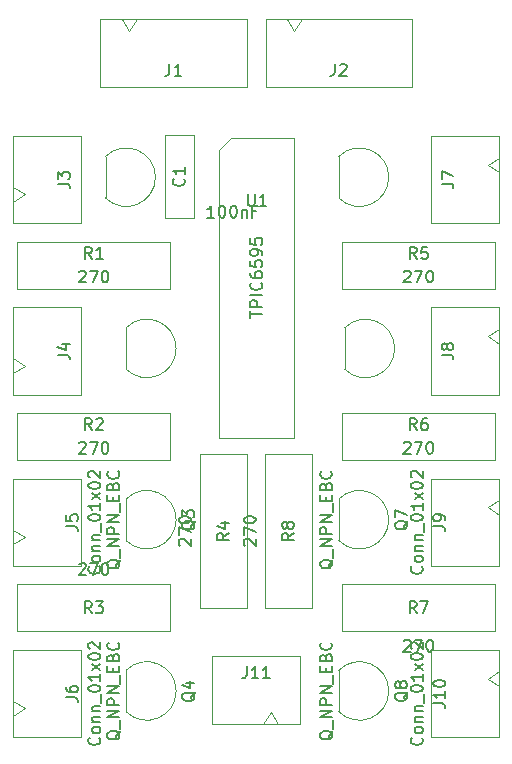
<source format=gbr>
G04 #@! TF.GenerationSoftware,KiCad,Pcbnew,(5.1.4)-1*
G04 #@! TF.CreationDate,2020-01-27T08:50:11+02:00*
G04 #@! TF.ProjectId,8_switch_array,385f7377-6974-4636-985f-61727261792e,rev?*
G04 #@! TF.SameCoordinates,Original*
G04 #@! TF.FileFunction,Other,Fab,Top*
%FSLAX46Y46*%
G04 Gerber Fmt 4.6, Leading zero omitted, Abs format (unit mm)*
G04 Created by KiCad (PCBNEW (5.1.4)-1) date 2020-01-27 08:50:11*
%MOMM*%
%LPD*%
G04 APERTURE LIST*
%ADD10C,0.100000*%
%ADD11C,0.150000*%
G04 APERTURE END LIST*
D10*
X143635000Y-46730000D02*
X144635000Y-45730000D01*
X143635000Y-71130000D02*
X143635000Y-46730000D01*
X149985000Y-71130000D02*
X143635000Y-71130000D01*
X149985000Y-45730000D02*
X149985000Y-71130000D01*
X144635000Y-45730000D02*
X149985000Y-45730000D01*
X151500000Y-85500000D02*
X151500000Y-72500000D01*
X147500000Y-85500000D02*
X151500000Y-85500000D01*
X147500000Y-72500000D02*
X147500000Y-85500000D01*
X151500000Y-72500000D02*
X147500000Y-72500000D01*
X167000000Y-83500000D02*
X154000000Y-83500000D01*
X167000000Y-87500000D02*
X167000000Y-83500000D01*
X154000000Y-87500000D02*
X167000000Y-87500000D01*
X154000000Y-83500000D02*
X154000000Y-87500000D01*
X146000000Y-85500000D02*
X146000000Y-72500000D01*
X142000000Y-85500000D02*
X146000000Y-85500000D01*
X142000000Y-72500000D02*
X142000000Y-85500000D01*
X146000000Y-72500000D02*
X142000000Y-72500000D01*
X126500000Y-87500000D02*
X139500000Y-87500000D01*
X126500000Y-83500000D02*
X126500000Y-87500000D01*
X139500000Y-83500000D02*
X126500000Y-83500000D01*
X139500000Y-87500000D02*
X139500000Y-83500000D01*
X153746375Y-90786375D02*
G75*
G02X157980000Y-92540000I1753625J-1753625D01*
G01*
X153746375Y-94293625D02*
G75*
G03X157980000Y-92540000I1753625J1753625D01*
G01*
X153750000Y-90800000D02*
X153750000Y-94300000D01*
X153746375Y-76286375D02*
G75*
G02X157980000Y-78040000I1753625J-1753625D01*
G01*
X153746375Y-79793625D02*
G75*
G03X157980000Y-78040000I1753625J1753625D01*
G01*
X153750000Y-76300000D02*
X153750000Y-79800000D01*
X135746375Y-90786375D02*
G75*
G02X139980000Y-92540000I1753625J-1753625D01*
G01*
X135746375Y-94293625D02*
G75*
G03X139980000Y-92540000I1753625J1753625D01*
G01*
X135750000Y-90800000D02*
X135750000Y-94300000D01*
X135746375Y-76286375D02*
G75*
G02X139980000Y-78040000I1753625J-1753625D01*
G01*
X135746375Y-79793625D02*
G75*
G03X139980000Y-78040000I1753625J1753625D01*
G01*
X135750000Y-76300000D02*
X135750000Y-79800000D01*
X166350000Y-91500000D02*
X167350000Y-92125000D01*
X167350000Y-90875000D02*
X166350000Y-91500000D01*
X167350000Y-96450000D02*
X167350000Y-89050000D01*
X161600000Y-96450000D02*
X167350000Y-96450000D01*
X161600000Y-89050000D02*
X161600000Y-96450000D01*
X167350000Y-89050000D02*
X161600000Y-89050000D01*
X166350000Y-77000000D02*
X167350000Y-77625000D01*
X167350000Y-76375000D02*
X166350000Y-77000000D01*
X167350000Y-81950000D02*
X167350000Y-74550000D01*
X161600000Y-81950000D02*
X167350000Y-81950000D01*
X161600000Y-74550000D02*
X161600000Y-81950000D01*
X167350000Y-74550000D02*
X161600000Y-74550000D01*
X127150000Y-94000000D02*
X126150000Y-93375000D01*
X126150000Y-94625000D02*
X127150000Y-94000000D01*
X126150000Y-89050000D02*
X126150000Y-96450000D01*
X131900000Y-89050000D02*
X126150000Y-89050000D01*
X131900000Y-96450000D02*
X131900000Y-89050000D01*
X126150000Y-96450000D02*
X131900000Y-96450000D01*
X127150000Y-79500000D02*
X126150000Y-78875000D01*
X126150000Y-80125000D02*
X127150000Y-79500000D01*
X126150000Y-74550000D02*
X126150000Y-81950000D01*
X131900000Y-74550000D02*
X126150000Y-74550000D01*
X131900000Y-81950000D02*
X131900000Y-74550000D01*
X126150000Y-81950000D02*
X131900000Y-81950000D01*
X139000000Y-45500000D02*
X139000000Y-52500000D01*
X141500000Y-45500000D02*
X139000000Y-45500000D01*
X141500000Y-52500000D02*
X141500000Y-45500000D01*
X139000000Y-52500000D02*
X141500000Y-52500000D01*
X126500000Y-73000000D02*
X139500000Y-73000000D01*
X126500000Y-69000000D02*
X126500000Y-73000000D01*
X139500000Y-69000000D02*
X126500000Y-69000000D01*
X139500000Y-73000000D02*
X139500000Y-69000000D01*
X167000000Y-54500000D02*
X154000000Y-54500000D01*
X167000000Y-58500000D02*
X167000000Y-54500000D01*
X154000000Y-58500000D02*
X167000000Y-58500000D01*
X154000000Y-54500000D02*
X154000000Y-58500000D01*
X126500000Y-58500000D02*
X139500000Y-58500000D01*
X126500000Y-54500000D02*
X126500000Y-58500000D01*
X139500000Y-54500000D02*
X126500000Y-54500000D01*
X139500000Y-58500000D02*
X139500000Y-54500000D01*
X167000000Y-69000000D02*
X154000000Y-69000000D01*
X167000000Y-73000000D02*
X167000000Y-69000000D01*
X154000000Y-73000000D02*
X167000000Y-73000000D01*
X154000000Y-69000000D02*
X154000000Y-73000000D01*
X135746375Y-61786375D02*
G75*
G02X139980000Y-63540000I1753625J-1753625D01*
G01*
X135746375Y-65293625D02*
G75*
G03X139980000Y-63540000I1753625J1753625D01*
G01*
X135750000Y-61800000D02*
X135750000Y-65300000D01*
X153746375Y-47286375D02*
G75*
G02X157980000Y-49040000I1753625J-1753625D01*
G01*
X153746375Y-50793625D02*
G75*
G03X157980000Y-49040000I1753625J1753625D01*
G01*
X153750000Y-47300000D02*
X153750000Y-50800000D01*
X133996375Y-47286375D02*
G75*
G02X138230000Y-49040000I1753625J-1753625D01*
G01*
X133996375Y-50793625D02*
G75*
G03X138230000Y-49040000I1753625J1753625D01*
G01*
X134000000Y-47300000D02*
X134000000Y-50800000D01*
X154246375Y-61786375D02*
G75*
G02X158480000Y-63540000I1753625J-1753625D01*
G01*
X154246375Y-65293625D02*
G75*
G03X158480000Y-63540000I1753625J1753625D01*
G01*
X154250000Y-61800000D02*
X154250000Y-65300000D01*
X148000000Y-94350000D02*
X147375000Y-95350000D01*
X148625000Y-95350000D02*
X148000000Y-94350000D01*
X143050000Y-95350000D02*
X150450000Y-95350000D01*
X143050000Y-89600000D02*
X143050000Y-95350000D01*
X150450000Y-89600000D02*
X143050000Y-89600000D01*
X150450000Y-95350000D02*
X150450000Y-89600000D01*
X127150000Y-65000000D02*
X126150000Y-64375000D01*
X126150000Y-65625000D02*
X127150000Y-65000000D01*
X126150000Y-60050000D02*
X126150000Y-67450000D01*
X131900000Y-60050000D02*
X126150000Y-60050000D01*
X131900000Y-67450000D02*
X131900000Y-60050000D01*
X126150000Y-67450000D02*
X131900000Y-67450000D01*
X166350000Y-48000000D02*
X167350000Y-48625000D01*
X167350000Y-47375000D02*
X166350000Y-48000000D01*
X167350000Y-52950000D02*
X167350000Y-45550000D01*
X161600000Y-52950000D02*
X167350000Y-52950000D01*
X161600000Y-45550000D02*
X161600000Y-52950000D01*
X167350000Y-45550000D02*
X161600000Y-45550000D01*
X127150000Y-50500000D02*
X126150000Y-49875000D01*
X126150000Y-51125000D02*
X127150000Y-50500000D01*
X126150000Y-45550000D02*
X126150000Y-52950000D01*
X131900000Y-45550000D02*
X126150000Y-45550000D01*
X131900000Y-52950000D02*
X131900000Y-45550000D01*
X126150000Y-52950000D02*
X131900000Y-52950000D01*
X166350000Y-62500000D02*
X167350000Y-63125000D01*
X167350000Y-61875000D02*
X166350000Y-62500000D01*
X167350000Y-67450000D02*
X167350000Y-60050000D01*
X161600000Y-67450000D02*
X167350000Y-67450000D01*
X161600000Y-60050000D02*
X161600000Y-67450000D01*
X167350000Y-60050000D02*
X161600000Y-60050000D01*
X150000000Y-36650000D02*
X150625000Y-35650000D01*
X149375000Y-35650000D02*
X150000000Y-36650000D01*
X159950000Y-35650000D02*
X147550000Y-35650000D01*
X159950000Y-41400000D02*
X159950000Y-35650000D01*
X147550000Y-41400000D02*
X159950000Y-41400000D01*
X147550000Y-35650000D02*
X147550000Y-41400000D01*
X136000000Y-36650000D02*
X136625000Y-35650000D01*
X135375000Y-35650000D02*
X136000000Y-36650000D01*
X145950000Y-35650000D02*
X133550000Y-35650000D01*
X145950000Y-41400000D02*
X145950000Y-35650000D01*
X133550000Y-41400000D02*
X145950000Y-41400000D01*
X133550000Y-35650000D02*
X133550000Y-41400000D01*
D11*
X146262380Y-60928571D02*
X146262380Y-60357142D01*
X147262380Y-60642857D02*
X146262380Y-60642857D01*
X147262380Y-60023809D02*
X146262380Y-60023809D01*
X146262380Y-59642857D01*
X146310000Y-59547619D01*
X146357619Y-59500000D01*
X146452857Y-59452380D01*
X146595714Y-59452380D01*
X146690952Y-59500000D01*
X146738571Y-59547619D01*
X146786190Y-59642857D01*
X146786190Y-60023809D01*
X147262380Y-59023809D02*
X146262380Y-59023809D01*
X147167142Y-57976190D02*
X147214761Y-58023809D01*
X147262380Y-58166666D01*
X147262380Y-58261904D01*
X147214761Y-58404761D01*
X147119523Y-58500000D01*
X147024285Y-58547619D01*
X146833809Y-58595238D01*
X146690952Y-58595238D01*
X146500476Y-58547619D01*
X146405238Y-58500000D01*
X146310000Y-58404761D01*
X146262380Y-58261904D01*
X146262380Y-58166666D01*
X146310000Y-58023809D01*
X146357619Y-57976190D01*
X146262380Y-57119047D02*
X146262380Y-57309523D01*
X146310000Y-57404761D01*
X146357619Y-57452380D01*
X146500476Y-57547619D01*
X146690952Y-57595238D01*
X147071904Y-57595238D01*
X147167142Y-57547619D01*
X147214761Y-57500000D01*
X147262380Y-57404761D01*
X147262380Y-57214285D01*
X147214761Y-57119047D01*
X147167142Y-57071428D01*
X147071904Y-57023809D01*
X146833809Y-57023809D01*
X146738571Y-57071428D01*
X146690952Y-57119047D01*
X146643333Y-57214285D01*
X146643333Y-57404761D01*
X146690952Y-57500000D01*
X146738571Y-57547619D01*
X146833809Y-57595238D01*
X146262380Y-56119047D02*
X146262380Y-56595238D01*
X146738571Y-56642857D01*
X146690952Y-56595238D01*
X146643333Y-56500000D01*
X146643333Y-56261904D01*
X146690952Y-56166666D01*
X146738571Y-56119047D01*
X146833809Y-56071428D01*
X147071904Y-56071428D01*
X147167142Y-56119047D01*
X147214761Y-56166666D01*
X147262380Y-56261904D01*
X147262380Y-56500000D01*
X147214761Y-56595238D01*
X147167142Y-56642857D01*
X147262380Y-55595238D02*
X147262380Y-55404761D01*
X147214761Y-55309523D01*
X147167142Y-55261904D01*
X147024285Y-55166666D01*
X146833809Y-55119047D01*
X146452857Y-55119047D01*
X146357619Y-55166666D01*
X146310000Y-55214285D01*
X146262380Y-55309523D01*
X146262380Y-55500000D01*
X146310000Y-55595238D01*
X146357619Y-55642857D01*
X146452857Y-55690476D01*
X146690952Y-55690476D01*
X146786190Y-55642857D01*
X146833809Y-55595238D01*
X146881428Y-55500000D01*
X146881428Y-55309523D01*
X146833809Y-55214285D01*
X146786190Y-55166666D01*
X146690952Y-55119047D01*
X146262380Y-54214285D02*
X146262380Y-54690476D01*
X146738571Y-54738095D01*
X146690952Y-54690476D01*
X146643333Y-54595238D01*
X146643333Y-54357142D01*
X146690952Y-54261904D01*
X146738571Y-54214285D01*
X146833809Y-54166666D01*
X147071904Y-54166666D01*
X147167142Y-54214285D01*
X147214761Y-54261904D01*
X147262380Y-54357142D01*
X147262380Y-54595238D01*
X147214761Y-54690476D01*
X147167142Y-54738095D01*
X146048095Y-50452380D02*
X146048095Y-51261904D01*
X146095714Y-51357142D01*
X146143333Y-51404761D01*
X146238571Y-51452380D01*
X146429047Y-51452380D01*
X146524285Y-51404761D01*
X146571904Y-51357142D01*
X146619523Y-51261904D01*
X146619523Y-50452380D01*
X147619523Y-51452380D02*
X147048095Y-51452380D01*
X147333809Y-51452380D02*
X147333809Y-50452380D01*
X147238571Y-50595238D01*
X147143333Y-50690476D01*
X147048095Y-50738095D01*
X145797619Y-80238095D02*
X145750000Y-80190476D01*
X145702380Y-80095238D01*
X145702380Y-79857142D01*
X145750000Y-79761904D01*
X145797619Y-79714285D01*
X145892857Y-79666666D01*
X145988095Y-79666666D01*
X146130952Y-79714285D01*
X146702380Y-80285714D01*
X146702380Y-79666666D01*
X145702380Y-79333333D02*
X145702380Y-78666666D01*
X146702380Y-79095238D01*
X145702380Y-78095238D02*
X145702380Y-78000000D01*
X145750000Y-77904761D01*
X145797619Y-77857142D01*
X145892857Y-77809523D01*
X146083333Y-77761904D01*
X146321428Y-77761904D01*
X146511904Y-77809523D01*
X146607142Y-77857142D01*
X146654761Y-77904761D01*
X146702380Y-78000000D01*
X146702380Y-78095238D01*
X146654761Y-78190476D01*
X146607142Y-78238095D01*
X146511904Y-78285714D01*
X146321428Y-78333333D01*
X146083333Y-78333333D01*
X145892857Y-78285714D01*
X145797619Y-78238095D01*
X145750000Y-78190476D01*
X145702380Y-78095238D01*
X149952380Y-79166666D02*
X149476190Y-79500000D01*
X149952380Y-79738095D02*
X148952380Y-79738095D01*
X148952380Y-79357142D01*
X149000000Y-79261904D01*
X149047619Y-79214285D01*
X149142857Y-79166666D01*
X149285714Y-79166666D01*
X149380952Y-79214285D01*
X149428571Y-79261904D01*
X149476190Y-79357142D01*
X149476190Y-79738095D01*
X149380952Y-78595238D02*
X149333333Y-78690476D01*
X149285714Y-78738095D01*
X149190476Y-78785714D01*
X149142857Y-78785714D01*
X149047619Y-78738095D01*
X149000000Y-78690476D01*
X148952380Y-78595238D01*
X148952380Y-78404761D01*
X149000000Y-78309523D01*
X149047619Y-78261904D01*
X149142857Y-78214285D01*
X149190476Y-78214285D01*
X149285714Y-78261904D01*
X149333333Y-78309523D01*
X149380952Y-78404761D01*
X149380952Y-78595238D01*
X149428571Y-78690476D01*
X149476190Y-78738095D01*
X149571428Y-78785714D01*
X149761904Y-78785714D01*
X149857142Y-78738095D01*
X149904761Y-78690476D01*
X149952380Y-78595238D01*
X149952380Y-78404761D01*
X149904761Y-78309523D01*
X149857142Y-78261904D01*
X149761904Y-78214285D01*
X149571428Y-78214285D01*
X149476190Y-78261904D01*
X149428571Y-78309523D01*
X149380952Y-78404761D01*
X159261904Y-88297619D02*
X159309523Y-88250000D01*
X159404761Y-88202380D01*
X159642857Y-88202380D01*
X159738095Y-88250000D01*
X159785714Y-88297619D01*
X159833333Y-88392857D01*
X159833333Y-88488095D01*
X159785714Y-88630952D01*
X159214285Y-89202380D01*
X159833333Y-89202380D01*
X160166666Y-88202380D02*
X160833333Y-88202380D01*
X160404761Y-89202380D01*
X161404761Y-88202380D02*
X161500000Y-88202380D01*
X161595238Y-88250000D01*
X161642857Y-88297619D01*
X161690476Y-88392857D01*
X161738095Y-88583333D01*
X161738095Y-88821428D01*
X161690476Y-89011904D01*
X161642857Y-89107142D01*
X161595238Y-89154761D01*
X161500000Y-89202380D01*
X161404761Y-89202380D01*
X161309523Y-89154761D01*
X161261904Y-89107142D01*
X161214285Y-89011904D01*
X161166666Y-88821428D01*
X161166666Y-88583333D01*
X161214285Y-88392857D01*
X161261904Y-88297619D01*
X161309523Y-88250000D01*
X161404761Y-88202380D01*
X160333333Y-85952380D02*
X160000000Y-85476190D01*
X159761904Y-85952380D02*
X159761904Y-84952380D01*
X160142857Y-84952380D01*
X160238095Y-85000000D01*
X160285714Y-85047619D01*
X160333333Y-85142857D01*
X160333333Y-85285714D01*
X160285714Y-85380952D01*
X160238095Y-85428571D01*
X160142857Y-85476190D01*
X159761904Y-85476190D01*
X160666666Y-84952380D02*
X161333333Y-84952380D01*
X160904761Y-85952380D01*
X140297619Y-80238095D02*
X140250000Y-80190476D01*
X140202380Y-80095238D01*
X140202380Y-79857142D01*
X140250000Y-79761904D01*
X140297619Y-79714285D01*
X140392857Y-79666666D01*
X140488095Y-79666666D01*
X140630952Y-79714285D01*
X141202380Y-80285714D01*
X141202380Y-79666666D01*
X140202380Y-79333333D02*
X140202380Y-78666666D01*
X141202380Y-79095238D01*
X140202380Y-78095238D02*
X140202380Y-78000000D01*
X140250000Y-77904761D01*
X140297619Y-77857142D01*
X140392857Y-77809523D01*
X140583333Y-77761904D01*
X140821428Y-77761904D01*
X141011904Y-77809523D01*
X141107142Y-77857142D01*
X141154761Y-77904761D01*
X141202380Y-78000000D01*
X141202380Y-78095238D01*
X141154761Y-78190476D01*
X141107142Y-78238095D01*
X141011904Y-78285714D01*
X140821428Y-78333333D01*
X140583333Y-78333333D01*
X140392857Y-78285714D01*
X140297619Y-78238095D01*
X140250000Y-78190476D01*
X140202380Y-78095238D01*
X144452380Y-79166666D02*
X143976190Y-79500000D01*
X144452380Y-79738095D02*
X143452380Y-79738095D01*
X143452380Y-79357142D01*
X143500000Y-79261904D01*
X143547619Y-79214285D01*
X143642857Y-79166666D01*
X143785714Y-79166666D01*
X143880952Y-79214285D01*
X143928571Y-79261904D01*
X143976190Y-79357142D01*
X143976190Y-79738095D01*
X143785714Y-78309523D02*
X144452380Y-78309523D01*
X143404761Y-78547619D02*
X144119047Y-78785714D01*
X144119047Y-78166666D01*
X131761904Y-81797619D02*
X131809523Y-81750000D01*
X131904761Y-81702380D01*
X132142857Y-81702380D01*
X132238095Y-81750000D01*
X132285714Y-81797619D01*
X132333333Y-81892857D01*
X132333333Y-81988095D01*
X132285714Y-82130952D01*
X131714285Y-82702380D01*
X132333333Y-82702380D01*
X132666666Y-81702380D02*
X133333333Y-81702380D01*
X132904761Y-82702380D01*
X133904761Y-81702380D02*
X134000000Y-81702380D01*
X134095238Y-81750000D01*
X134142857Y-81797619D01*
X134190476Y-81892857D01*
X134238095Y-82083333D01*
X134238095Y-82321428D01*
X134190476Y-82511904D01*
X134142857Y-82607142D01*
X134095238Y-82654761D01*
X134000000Y-82702380D01*
X133904761Y-82702380D01*
X133809523Y-82654761D01*
X133761904Y-82607142D01*
X133714285Y-82511904D01*
X133666666Y-82321428D01*
X133666666Y-82083333D01*
X133714285Y-81892857D01*
X133761904Y-81797619D01*
X133809523Y-81750000D01*
X133904761Y-81702380D01*
X132833333Y-85952380D02*
X132500000Y-85476190D01*
X132261904Y-85952380D02*
X132261904Y-84952380D01*
X132642857Y-84952380D01*
X132738095Y-85000000D01*
X132785714Y-85047619D01*
X132833333Y-85142857D01*
X132833333Y-85285714D01*
X132785714Y-85380952D01*
X132738095Y-85428571D01*
X132642857Y-85476190D01*
X132261904Y-85476190D01*
X133166666Y-84952380D02*
X133785714Y-84952380D01*
X133452380Y-85333333D01*
X133595238Y-85333333D01*
X133690476Y-85380952D01*
X133738095Y-85428571D01*
X133785714Y-85523809D01*
X133785714Y-85761904D01*
X133738095Y-85857142D01*
X133690476Y-85904761D01*
X133595238Y-85952380D01*
X133309523Y-85952380D01*
X133214285Y-85904761D01*
X133166666Y-85857142D01*
X153257619Y-95920952D02*
X153210000Y-96016190D01*
X153114761Y-96111428D01*
X152971904Y-96254285D01*
X152924285Y-96349523D01*
X152924285Y-96444761D01*
X153162380Y-96397142D02*
X153114761Y-96492380D01*
X153019523Y-96587619D01*
X152829047Y-96635238D01*
X152495714Y-96635238D01*
X152305238Y-96587619D01*
X152210000Y-96492380D01*
X152162380Y-96397142D01*
X152162380Y-96206666D01*
X152210000Y-96111428D01*
X152305238Y-96016190D01*
X152495714Y-95968571D01*
X152829047Y-95968571D01*
X153019523Y-96016190D01*
X153114761Y-96111428D01*
X153162380Y-96206666D01*
X153162380Y-96397142D01*
X153257619Y-95778095D02*
X153257619Y-95016190D01*
X153162380Y-94778095D02*
X152162380Y-94778095D01*
X153162380Y-94206666D01*
X152162380Y-94206666D01*
X153162380Y-93730476D02*
X152162380Y-93730476D01*
X152162380Y-93349523D01*
X152210000Y-93254285D01*
X152257619Y-93206666D01*
X152352857Y-93159047D01*
X152495714Y-93159047D01*
X152590952Y-93206666D01*
X152638571Y-93254285D01*
X152686190Y-93349523D01*
X152686190Y-93730476D01*
X153162380Y-92730476D02*
X152162380Y-92730476D01*
X153162380Y-92159047D01*
X152162380Y-92159047D01*
X153257619Y-91920952D02*
X153257619Y-91159047D01*
X152638571Y-90920952D02*
X152638571Y-90587619D01*
X153162380Y-90444761D02*
X153162380Y-90920952D01*
X152162380Y-90920952D01*
X152162380Y-90444761D01*
X152638571Y-89682857D02*
X152686190Y-89540000D01*
X152733809Y-89492380D01*
X152829047Y-89444761D01*
X152971904Y-89444761D01*
X153067142Y-89492380D01*
X153114761Y-89540000D01*
X153162380Y-89635238D01*
X153162380Y-90016190D01*
X152162380Y-90016190D01*
X152162380Y-89682857D01*
X152210000Y-89587619D01*
X152257619Y-89540000D01*
X152352857Y-89492380D01*
X152448095Y-89492380D01*
X152543333Y-89540000D01*
X152590952Y-89587619D01*
X152638571Y-89682857D01*
X152638571Y-90016190D01*
X153067142Y-88444761D02*
X153114761Y-88492380D01*
X153162380Y-88635238D01*
X153162380Y-88730476D01*
X153114761Y-88873333D01*
X153019523Y-88968571D01*
X152924285Y-89016190D01*
X152733809Y-89063809D01*
X152590952Y-89063809D01*
X152400476Y-89016190D01*
X152305238Y-88968571D01*
X152210000Y-88873333D01*
X152162380Y-88730476D01*
X152162380Y-88635238D01*
X152210000Y-88492380D01*
X152257619Y-88444761D01*
X159607619Y-92635238D02*
X159560000Y-92730476D01*
X159464761Y-92825714D01*
X159321904Y-92968571D01*
X159274285Y-93063809D01*
X159274285Y-93159047D01*
X159512380Y-93111428D02*
X159464761Y-93206666D01*
X159369523Y-93301904D01*
X159179047Y-93349523D01*
X158845714Y-93349523D01*
X158655238Y-93301904D01*
X158560000Y-93206666D01*
X158512380Y-93111428D01*
X158512380Y-92920952D01*
X158560000Y-92825714D01*
X158655238Y-92730476D01*
X158845714Y-92682857D01*
X159179047Y-92682857D01*
X159369523Y-92730476D01*
X159464761Y-92825714D01*
X159512380Y-92920952D01*
X159512380Y-93111428D01*
X158940952Y-92111428D02*
X158893333Y-92206666D01*
X158845714Y-92254285D01*
X158750476Y-92301904D01*
X158702857Y-92301904D01*
X158607619Y-92254285D01*
X158560000Y-92206666D01*
X158512380Y-92111428D01*
X158512380Y-91920952D01*
X158560000Y-91825714D01*
X158607619Y-91778095D01*
X158702857Y-91730476D01*
X158750476Y-91730476D01*
X158845714Y-91778095D01*
X158893333Y-91825714D01*
X158940952Y-91920952D01*
X158940952Y-92111428D01*
X158988571Y-92206666D01*
X159036190Y-92254285D01*
X159131428Y-92301904D01*
X159321904Y-92301904D01*
X159417142Y-92254285D01*
X159464761Y-92206666D01*
X159512380Y-92111428D01*
X159512380Y-91920952D01*
X159464761Y-91825714D01*
X159417142Y-91778095D01*
X159321904Y-91730476D01*
X159131428Y-91730476D01*
X159036190Y-91778095D01*
X158988571Y-91825714D01*
X158940952Y-91920952D01*
X153257619Y-81420952D02*
X153210000Y-81516190D01*
X153114761Y-81611428D01*
X152971904Y-81754285D01*
X152924285Y-81849523D01*
X152924285Y-81944761D01*
X153162380Y-81897142D02*
X153114761Y-81992380D01*
X153019523Y-82087619D01*
X152829047Y-82135238D01*
X152495714Y-82135238D01*
X152305238Y-82087619D01*
X152210000Y-81992380D01*
X152162380Y-81897142D01*
X152162380Y-81706666D01*
X152210000Y-81611428D01*
X152305238Y-81516190D01*
X152495714Y-81468571D01*
X152829047Y-81468571D01*
X153019523Y-81516190D01*
X153114761Y-81611428D01*
X153162380Y-81706666D01*
X153162380Y-81897142D01*
X153257619Y-81278095D02*
X153257619Y-80516190D01*
X153162380Y-80278095D02*
X152162380Y-80278095D01*
X153162380Y-79706666D01*
X152162380Y-79706666D01*
X153162380Y-79230476D02*
X152162380Y-79230476D01*
X152162380Y-78849523D01*
X152210000Y-78754285D01*
X152257619Y-78706666D01*
X152352857Y-78659047D01*
X152495714Y-78659047D01*
X152590952Y-78706666D01*
X152638571Y-78754285D01*
X152686190Y-78849523D01*
X152686190Y-79230476D01*
X153162380Y-78230476D02*
X152162380Y-78230476D01*
X153162380Y-77659047D01*
X152162380Y-77659047D01*
X153257619Y-77420952D02*
X153257619Y-76659047D01*
X152638571Y-76420952D02*
X152638571Y-76087619D01*
X153162380Y-75944761D02*
X153162380Y-76420952D01*
X152162380Y-76420952D01*
X152162380Y-75944761D01*
X152638571Y-75182857D02*
X152686190Y-75040000D01*
X152733809Y-74992380D01*
X152829047Y-74944761D01*
X152971904Y-74944761D01*
X153067142Y-74992380D01*
X153114761Y-75040000D01*
X153162380Y-75135238D01*
X153162380Y-75516190D01*
X152162380Y-75516190D01*
X152162380Y-75182857D01*
X152210000Y-75087619D01*
X152257619Y-75040000D01*
X152352857Y-74992380D01*
X152448095Y-74992380D01*
X152543333Y-75040000D01*
X152590952Y-75087619D01*
X152638571Y-75182857D01*
X152638571Y-75516190D01*
X153067142Y-73944761D02*
X153114761Y-73992380D01*
X153162380Y-74135238D01*
X153162380Y-74230476D01*
X153114761Y-74373333D01*
X153019523Y-74468571D01*
X152924285Y-74516190D01*
X152733809Y-74563809D01*
X152590952Y-74563809D01*
X152400476Y-74516190D01*
X152305238Y-74468571D01*
X152210000Y-74373333D01*
X152162380Y-74230476D01*
X152162380Y-74135238D01*
X152210000Y-73992380D01*
X152257619Y-73944761D01*
X159607619Y-78135238D02*
X159560000Y-78230476D01*
X159464761Y-78325714D01*
X159321904Y-78468571D01*
X159274285Y-78563809D01*
X159274285Y-78659047D01*
X159512380Y-78611428D02*
X159464761Y-78706666D01*
X159369523Y-78801904D01*
X159179047Y-78849523D01*
X158845714Y-78849523D01*
X158655238Y-78801904D01*
X158560000Y-78706666D01*
X158512380Y-78611428D01*
X158512380Y-78420952D01*
X158560000Y-78325714D01*
X158655238Y-78230476D01*
X158845714Y-78182857D01*
X159179047Y-78182857D01*
X159369523Y-78230476D01*
X159464761Y-78325714D01*
X159512380Y-78420952D01*
X159512380Y-78611428D01*
X158512380Y-77849523D02*
X158512380Y-77182857D01*
X159512380Y-77611428D01*
X135257619Y-95920952D02*
X135210000Y-96016190D01*
X135114761Y-96111428D01*
X134971904Y-96254285D01*
X134924285Y-96349523D01*
X134924285Y-96444761D01*
X135162380Y-96397142D02*
X135114761Y-96492380D01*
X135019523Y-96587619D01*
X134829047Y-96635238D01*
X134495714Y-96635238D01*
X134305238Y-96587619D01*
X134210000Y-96492380D01*
X134162380Y-96397142D01*
X134162380Y-96206666D01*
X134210000Y-96111428D01*
X134305238Y-96016190D01*
X134495714Y-95968571D01*
X134829047Y-95968571D01*
X135019523Y-96016190D01*
X135114761Y-96111428D01*
X135162380Y-96206666D01*
X135162380Y-96397142D01*
X135257619Y-95778095D02*
X135257619Y-95016190D01*
X135162380Y-94778095D02*
X134162380Y-94778095D01*
X135162380Y-94206666D01*
X134162380Y-94206666D01*
X135162380Y-93730476D02*
X134162380Y-93730476D01*
X134162380Y-93349523D01*
X134210000Y-93254285D01*
X134257619Y-93206666D01*
X134352857Y-93159047D01*
X134495714Y-93159047D01*
X134590952Y-93206666D01*
X134638571Y-93254285D01*
X134686190Y-93349523D01*
X134686190Y-93730476D01*
X135162380Y-92730476D02*
X134162380Y-92730476D01*
X135162380Y-92159047D01*
X134162380Y-92159047D01*
X135257619Y-91920952D02*
X135257619Y-91159047D01*
X134638571Y-90920952D02*
X134638571Y-90587619D01*
X135162380Y-90444761D02*
X135162380Y-90920952D01*
X134162380Y-90920952D01*
X134162380Y-90444761D01*
X134638571Y-89682857D02*
X134686190Y-89540000D01*
X134733809Y-89492380D01*
X134829047Y-89444761D01*
X134971904Y-89444761D01*
X135067142Y-89492380D01*
X135114761Y-89540000D01*
X135162380Y-89635238D01*
X135162380Y-90016190D01*
X134162380Y-90016190D01*
X134162380Y-89682857D01*
X134210000Y-89587619D01*
X134257619Y-89540000D01*
X134352857Y-89492380D01*
X134448095Y-89492380D01*
X134543333Y-89540000D01*
X134590952Y-89587619D01*
X134638571Y-89682857D01*
X134638571Y-90016190D01*
X135067142Y-88444761D02*
X135114761Y-88492380D01*
X135162380Y-88635238D01*
X135162380Y-88730476D01*
X135114761Y-88873333D01*
X135019523Y-88968571D01*
X134924285Y-89016190D01*
X134733809Y-89063809D01*
X134590952Y-89063809D01*
X134400476Y-89016190D01*
X134305238Y-88968571D01*
X134210000Y-88873333D01*
X134162380Y-88730476D01*
X134162380Y-88635238D01*
X134210000Y-88492380D01*
X134257619Y-88444761D01*
X141607619Y-92635238D02*
X141560000Y-92730476D01*
X141464761Y-92825714D01*
X141321904Y-92968571D01*
X141274285Y-93063809D01*
X141274285Y-93159047D01*
X141512380Y-93111428D02*
X141464761Y-93206666D01*
X141369523Y-93301904D01*
X141179047Y-93349523D01*
X140845714Y-93349523D01*
X140655238Y-93301904D01*
X140560000Y-93206666D01*
X140512380Y-93111428D01*
X140512380Y-92920952D01*
X140560000Y-92825714D01*
X140655238Y-92730476D01*
X140845714Y-92682857D01*
X141179047Y-92682857D01*
X141369523Y-92730476D01*
X141464761Y-92825714D01*
X141512380Y-92920952D01*
X141512380Y-93111428D01*
X140845714Y-91825714D02*
X141512380Y-91825714D01*
X140464761Y-92063809D02*
X141179047Y-92301904D01*
X141179047Y-91682857D01*
X135257619Y-81420952D02*
X135210000Y-81516190D01*
X135114761Y-81611428D01*
X134971904Y-81754285D01*
X134924285Y-81849523D01*
X134924285Y-81944761D01*
X135162380Y-81897142D02*
X135114761Y-81992380D01*
X135019523Y-82087619D01*
X134829047Y-82135238D01*
X134495714Y-82135238D01*
X134305238Y-82087619D01*
X134210000Y-81992380D01*
X134162380Y-81897142D01*
X134162380Y-81706666D01*
X134210000Y-81611428D01*
X134305238Y-81516190D01*
X134495714Y-81468571D01*
X134829047Y-81468571D01*
X135019523Y-81516190D01*
X135114761Y-81611428D01*
X135162380Y-81706666D01*
X135162380Y-81897142D01*
X135257619Y-81278095D02*
X135257619Y-80516190D01*
X135162380Y-80278095D02*
X134162380Y-80278095D01*
X135162380Y-79706666D01*
X134162380Y-79706666D01*
X135162380Y-79230476D02*
X134162380Y-79230476D01*
X134162380Y-78849523D01*
X134210000Y-78754285D01*
X134257619Y-78706666D01*
X134352857Y-78659047D01*
X134495714Y-78659047D01*
X134590952Y-78706666D01*
X134638571Y-78754285D01*
X134686190Y-78849523D01*
X134686190Y-79230476D01*
X135162380Y-78230476D02*
X134162380Y-78230476D01*
X135162380Y-77659047D01*
X134162380Y-77659047D01*
X135257619Y-77420952D02*
X135257619Y-76659047D01*
X134638571Y-76420952D02*
X134638571Y-76087619D01*
X135162380Y-75944761D02*
X135162380Y-76420952D01*
X134162380Y-76420952D01*
X134162380Y-75944761D01*
X134638571Y-75182857D02*
X134686190Y-75040000D01*
X134733809Y-74992380D01*
X134829047Y-74944761D01*
X134971904Y-74944761D01*
X135067142Y-74992380D01*
X135114761Y-75040000D01*
X135162380Y-75135238D01*
X135162380Y-75516190D01*
X134162380Y-75516190D01*
X134162380Y-75182857D01*
X134210000Y-75087619D01*
X134257619Y-75040000D01*
X134352857Y-74992380D01*
X134448095Y-74992380D01*
X134543333Y-75040000D01*
X134590952Y-75087619D01*
X134638571Y-75182857D01*
X134638571Y-75516190D01*
X135067142Y-73944761D02*
X135114761Y-73992380D01*
X135162380Y-74135238D01*
X135162380Y-74230476D01*
X135114761Y-74373333D01*
X135019523Y-74468571D01*
X134924285Y-74516190D01*
X134733809Y-74563809D01*
X134590952Y-74563809D01*
X134400476Y-74516190D01*
X134305238Y-74468571D01*
X134210000Y-74373333D01*
X134162380Y-74230476D01*
X134162380Y-74135238D01*
X134210000Y-73992380D01*
X134257619Y-73944761D01*
X141607619Y-78135238D02*
X141560000Y-78230476D01*
X141464761Y-78325714D01*
X141321904Y-78468571D01*
X141274285Y-78563809D01*
X141274285Y-78659047D01*
X141512380Y-78611428D02*
X141464761Y-78706666D01*
X141369523Y-78801904D01*
X141179047Y-78849523D01*
X140845714Y-78849523D01*
X140655238Y-78801904D01*
X140560000Y-78706666D01*
X140512380Y-78611428D01*
X140512380Y-78420952D01*
X140560000Y-78325714D01*
X140655238Y-78230476D01*
X140845714Y-78182857D01*
X141179047Y-78182857D01*
X141369523Y-78230476D01*
X141464761Y-78325714D01*
X141512380Y-78420952D01*
X141512380Y-78611428D01*
X140512380Y-77849523D02*
X140512380Y-77230476D01*
X140893333Y-77563809D01*
X140893333Y-77420952D01*
X140940952Y-77325714D01*
X140988571Y-77278095D01*
X141083809Y-77230476D01*
X141321904Y-77230476D01*
X141417142Y-77278095D01*
X141464761Y-77325714D01*
X141512380Y-77420952D01*
X141512380Y-77706666D01*
X141464761Y-77801904D01*
X141417142Y-77849523D01*
X160757142Y-96488095D02*
X160804761Y-96535714D01*
X160852380Y-96678571D01*
X160852380Y-96773809D01*
X160804761Y-96916666D01*
X160709523Y-97011904D01*
X160614285Y-97059523D01*
X160423809Y-97107142D01*
X160280952Y-97107142D01*
X160090476Y-97059523D01*
X159995238Y-97011904D01*
X159900000Y-96916666D01*
X159852380Y-96773809D01*
X159852380Y-96678571D01*
X159900000Y-96535714D01*
X159947619Y-96488095D01*
X160852380Y-95916666D02*
X160804761Y-96011904D01*
X160757142Y-96059523D01*
X160661904Y-96107142D01*
X160376190Y-96107142D01*
X160280952Y-96059523D01*
X160233333Y-96011904D01*
X160185714Y-95916666D01*
X160185714Y-95773809D01*
X160233333Y-95678571D01*
X160280952Y-95630952D01*
X160376190Y-95583333D01*
X160661904Y-95583333D01*
X160757142Y-95630952D01*
X160804761Y-95678571D01*
X160852380Y-95773809D01*
X160852380Y-95916666D01*
X160185714Y-95154761D02*
X160852380Y-95154761D01*
X160280952Y-95154761D02*
X160233333Y-95107142D01*
X160185714Y-95011904D01*
X160185714Y-94869047D01*
X160233333Y-94773809D01*
X160328571Y-94726190D01*
X160852380Y-94726190D01*
X160185714Y-94250000D02*
X160852380Y-94250000D01*
X160280952Y-94250000D02*
X160233333Y-94202380D01*
X160185714Y-94107142D01*
X160185714Y-93964285D01*
X160233333Y-93869047D01*
X160328571Y-93821428D01*
X160852380Y-93821428D01*
X160947619Y-93583333D02*
X160947619Y-92821428D01*
X159852380Y-92392857D02*
X159852380Y-92297619D01*
X159900000Y-92202380D01*
X159947619Y-92154761D01*
X160042857Y-92107142D01*
X160233333Y-92059523D01*
X160471428Y-92059523D01*
X160661904Y-92107142D01*
X160757142Y-92154761D01*
X160804761Y-92202380D01*
X160852380Y-92297619D01*
X160852380Y-92392857D01*
X160804761Y-92488095D01*
X160757142Y-92535714D01*
X160661904Y-92583333D01*
X160471428Y-92630952D01*
X160233333Y-92630952D01*
X160042857Y-92583333D01*
X159947619Y-92535714D01*
X159900000Y-92488095D01*
X159852380Y-92392857D01*
X160852380Y-91107142D02*
X160852380Y-91678571D01*
X160852380Y-91392857D02*
X159852380Y-91392857D01*
X159995238Y-91488095D01*
X160090476Y-91583333D01*
X160138095Y-91678571D01*
X160852380Y-90773809D02*
X160185714Y-90250000D01*
X160185714Y-90773809D02*
X160852380Y-90250000D01*
X159852380Y-89678571D02*
X159852380Y-89583333D01*
X159900000Y-89488095D01*
X159947619Y-89440476D01*
X160042857Y-89392857D01*
X160233333Y-89345238D01*
X160471428Y-89345238D01*
X160661904Y-89392857D01*
X160757142Y-89440476D01*
X160804761Y-89488095D01*
X160852380Y-89583333D01*
X160852380Y-89678571D01*
X160804761Y-89773809D01*
X160757142Y-89821428D01*
X160661904Y-89869047D01*
X160471428Y-89916666D01*
X160233333Y-89916666D01*
X160042857Y-89869047D01*
X159947619Y-89821428D01*
X159900000Y-89773809D01*
X159852380Y-89678571D01*
X159947619Y-88964285D02*
X159900000Y-88916666D01*
X159852380Y-88821428D01*
X159852380Y-88583333D01*
X159900000Y-88488095D01*
X159947619Y-88440476D01*
X160042857Y-88392857D01*
X160138095Y-88392857D01*
X160280952Y-88440476D01*
X160852380Y-89011904D01*
X160852380Y-88392857D01*
X161752380Y-93559523D02*
X162466666Y-93559523D01*
X162609523Y-93607142D01*
X162704761Y-93702380D01*
X162752380Y-93845238D01*
X162752380Y-93940476D01*
X162752380Y-92559523D02*
X162752380Y-93130952D01*
X162752380Y-92845238D02*
X161752380Y-92845238D01*
X161895238Y-92940476D01*
X161990476Y-93035714D01*
X162038095Y-93130952D01*
X161752380Y-91940476D02*
X161752380Y-91845238D01*
X161800000Y-91750000D01*
X161847619Y-91702380D01*
X161942857Y-91654761D01*
X162133333Y-91607142D01*
X162371428Y-91607142D01*
X162561904Y-91654761D01*
X162657142Y-91702380D01*
X162704761Y-91750000D01*
X162752380Y-91845238D01*
X162752380Y-91940476D01*
X162704761Y-92035714D01*
X162657142Y-92083333D01*
X162561904Y-92130952D01*
X162371428Y-92178571D01*
X162133333Y-92178571D01*
X161942857Y-92130952D01*
X161847619Y-92083333D01*
X161800000Y-92035714D01*
X161752380Y-91940476D01*
X160757142Y-81988095D02*
X160804761Y-82035714D01*
X160852380Y-82178571D01*
X160852380Y-82273809D01*
X160804761Y-82416666D01*
X160709523Y-82511904D01*
X160614285Y-82559523D01*
X160423809Y-82607142D01*
X160280952Y-82607142D01*
X160090476Y-82559523D01*
X159995238Y-82511904D01*
X159900000Y-82416666D01*
X159852380Y-82273809D01*
X159852380Y-82178571D01*
X159900000Y-82035714D01*
X159947619Y-81988095D01*
X160852380Y-81416666D02*
X160804761Y-81511904D01*
X160757142Y-81559523D01*
X160661904Y-81607142D01*
X160376190Y-81607142D01*
X160280952Y-81559523D01*
X160233333Y-81511904D01*
X160185714Y-81416666D01*
X160185714Y-81273809D01*
X160233333Y-81178571D01*
X160280952Y-81130952D01*
X160376190Y-81083333D01*
X160661904Y-81083333D01*
X160757142Y-81130952D01*
X160804761Y-81178571D01*
X160852380Y-81273809D01*
X160852380Y-81416666D01*
X160185714Y-80654761D02*
X160852380Y-80654761D01*
X160280952Y-80654761D02*
X160233333Y-80607142D01*
X160185714Y-80511904D01*
X160185714Y-80369047D01*
X160233333Y-80273809D01*
X160328571Y-80226190D01*
X160852380Y-80226190D01*
X160185714Y-79750000D02*
X160852380Y-79750000D01*
X160280952Y-79750000D02*
X160233333Y-79702380D01*
X160185714Y-79607142D01*
X160185714Y-79464285D01*
X160233333Y-79369047D01*
X160328571Y-79321428D01*
X160852380Y-79321428D01*
X160947619Y-79083333D02*
X160947619Y-78321428D01*
X159852380Y-77892857D02*
X159852380Y-77797619D01*
X159900000Y-77702380D01*
X159947619Y-77654761D01*
X160042857Y-77607142D01*
X160233333Y-77559523D01*
X160471428Y-77559523D01*
X160661904Y-77607142D01*
X160757142Y-77654761D01*
X160804761Y-77702380D01*
X160852380Y-77797619D01*
X160852380Y-77892857D01*
X160804761Y-77988095D01*
X160757142Y-78035714D01*
X160661904Y-78083333D01*
X160471428Y-78130952D01*
X160233333Y-78130952D01*
X160042857Y-78083333D01*
X159947619Y-78035714D01*
X159900000Y-77988095D01*
X159852380Y-77892857D01*
X160852380Y-76607142D02*
X160852380Y-77178571D01*
X160852380Y-76892857D02*
X159852380Y-76892857D01*
X159995238Y-76988095D01*
X160090476Y-77083333D01*
X160138095Y-77178571D01*
X160852380Y-76273809D02*
X160185714Y-75750000D01*
X160185714Y-76273809D02*
X160852380Y-75750000D01*
X159852380Y-75178571D02*
X159852380Y-75083333D01*
X159900000Y-74988095D01*
X159947619Y-74940476D01*
X160042857Y-74892857D01*
X160233333Y-74845238D01*
X160471428Y-74845238D01*
X160661904Y-74892857D01*
X160757142Y-74940476D01*
X160804761Y-74988095D01*
X160852380Y-75083333D01*
X160852380Y-75178571D01*
X160804761Y-75273809D01*
X160757142Y-75321428D01*
X160661904Y-75369047D01*
X160471428Y-75416666D01*
X160233333Y-75416666D01*
X160042857Y-75369047D01*
X159947619Y-75321428D01*
X159900000Y-75273809D01*
X159852380Y-75178571D01*
X159947619Y-74464285D02*
X159900000Y-74416666D01*
X159852380Y-74321428D01*
X159852380Y-74083333D01*
X159900000Y-73988095D01*
X159947619Y-73940476D01*
X160042857Y-73892857D01*
X160138095Y-73892857D01*
X160280952Y-73940476D01*
X160852380Y-74511904D01*
X160852380Y-73892857D01*
X161752380Y-78583333D02*
X162466666Y-78583333D01*
X162609523Y-78630952D01*
X162704761Y-78726190D01*
X162752380Y-78869047D01*
X162752380Y-78964285D01*
X162752380Y-78059523D02*
X162752380Y-77869047D01*
X162704761Y-77773809D01*
X162657142Y-77726190D01*
X162514285Y-77630952D01*
X162323809Y-77583333D01*
X161942857Y-77583333D01*
X161847619Y-77630952D01*
X161800000Y-77678571D01*
X161752380Y-77773809D01*
X161752380Y-77964285D01*
X161800000Y-78059523D01*
X161847619Y-78107142D01*
X161942857Y-78154761D01*
X162180952Y-78154761D01*
X162276190Y-78107142D01*
X162323809Y-78059523D01*
X162371428Y-77964285D01*
X162371428Y-77773809D01*
X162323809Y-77678571D01*
X162276190Y-77630952D01*
X162180952Y-77583333D01*
X133457142Y-96488095D02*
X133504761Y-96535714D01*
X133552380Y-96678571D01*
X133552380Y-96773809D01*
X133504761Y-96916666D01*
X133409523Y-97011904D01*
X133314285Y-97059523D01*
X133123809Y-97107142D01*
X132980952Y-97107142D01*
X132790476Y-97059523D01*
X132695238Y-97011904D01*
X132600000Y-96916666D01*
X132552380Y-96773809D01*
X132552380Y-96678571D01*
X132600000Y-96535714D01*
X132647619Y-96488095D01*
X133552380Y-95916666D02*
X133504761Y-96011904D01*
X133457142Y-96059523D01*
X133361904Y-96107142D01*
X133076190Y-96107142D01*
X132980952Y-96059523D01*
X132933333Y-96011904D01*
X132885714Y-95916666D01*
X132885714Y-95773809D01*
X132933333Y-95678571D01*
X132980952Y-95630952D01*
X133076190Y-95583333D01*
X133361904Y-95583333D01*
X133457142Y-95630952D01*
X133504761Y-95678571D01*
X133552380Y-95773809D01*
X133552380Y-95916666D01*
X132885714Y-95154761D02*
X133552380Y-95154761D01*
X132980952Y-95154761D02*
X132933333Y-95107142D01*
X132885714Y-95011904D01*
X132885714Y-94869047D01*
X132933333Y-94773809D01*
X133028571Y-94726190D01*
X133552380Y-94726190D01*
X132885714Y-94250000D02*
X133552380Y-94250000D01*
X132980952Y-94250000D02*
X132933333Y-94202380D01*
X132885714Y-94107142D01*
X132885714Y-93964285D01*
X132933333Y-93869047D01*
X133028571Y-93821428D01*
X133552380Y-93821428D01*
X133647619Y-93583333D02*
X133647619Y-92821428D01*
X132552380Y-92392857D02*
X132552380Y-92297619D01*
X132600000Y-92202380D01*
X132647619Y-92154761D01*
X132742857Y-92107142D01*
X132933333Y-92059523D01*
X133171428Y-92059523D01*
X133361904Y-92107142D01*
X133457142Y-92154761D01*
X133504761Y-92202380D01*
X133552380Y-92297619D01*
X133552380Y-92392857D01*
X133504761Y-92488095D01*
X133457142Y-92535714D01*
X133361904Y-92583333D01*
X133171428Y-92630952D01*
X132933333Y-92630952D01*
X132742857Y-92583333D01*
X132647619Y-92535714D01*
X132600000Y-92488095D01*
X132552380Y-92392857D01*
X133552380Y-91107142D02*
X133552380Y-91678571D01*
X133552380Y-91392857D02*
X132552380Y-91392857D01*
X132695238Y-91488095D01*
X132790476Y-91583333D01*
X132838095Y-91678571D01*
X133552380Y-90773809D02*
X132885714Y-90250000D01*
X132885714Y-90773809D02*
X133552380Y-90250000D01*
X132552380Y-89678571D02*
X132552380Y-89583333D01*
X132600000Y-89488095D01*
X132647619Y-89440476D01*
X132742857Y-89392857D01*
X132933333Y-89345238D01*
X133171428Y-89345238D01*
X133361904Y-89392857D01*
X133457142Y-89440476D01*
X133504761Y-89488095D01*
X133552380Y-89583333D01*
X133552380Y-89678571D01*
X133504761Y-89773809D01*
X133457142Y-89821428D01*
X133361904Y-89869047D01*
X133171428Y-89916666D01*
X132933333Y-89916666D01*
X132742857Y-89869047D01*
X132647619Y-89821428D01*
X132600000Y-89773809D01*
X132552380Y-89678571D01*
X132647619Y-88964285D02*
X132600000Y-88916666D01*
X132552380Y-88821428D01*
X132552380Y-88583333D01*
X132600000Y-88488095D01*
X132647619Y-88440476D01*
X132742857Y-88392857D01*
X132838095Y-88392857D01*
X132980952Y-88440476D01*
X133552380Y-89011904D01*
X133552380Y-88392857D01*
X130652380Y-93083333D02*
X131366666Y-93083333D01*
X131509523Y-93130952D01*
X131604761Y-93226190D01*
X131652380Y-93369047D01*
X131652380Y-93464285D01*
X130652380Y-92178571D02*
X130652380Y-92369047D01*
X130700000Y-92464285D01*
X130747619Y-92511904D01*
X130890476Y-92607142D01*
X131080952Y-92654761D01*
X131461904Y-92654761D01*
X131557142Y-92607142D01*
X131604761Y-92559523D01*
X131652380Y-92464285D01*
X131652380Y-92273809D01*
X131604761Y-92178571D01*
X131557142Y-92130952D01*
X131461904Y-92083333D01*
X131223809Y-92083333D01*
X131128571Y-92130952D01*
X131080952Y-92178571D01*
X131033333Y-92273809D01*
X131033333Y-92464285D01*
X131080952Y-92559523D01*
X131128571Y-92607142D01*
X131223809Y-92654761D01*
X133457142Y-81988095D02*
X133504761Y-82035714D01*
X133552380Y-82178571D01*
X133552380Y-82273809D01*
X133504761Y-82416666D01*
X133409523Y-82511904D01*
X133314285Y-82559523D01*
X133123809Y-82607142D01*
X132980952Y-82607142D01*
X132790476Y-82559523D01*
X132695238Y-82511904D01*
X132600000Y-82416666D01*
X132552380Y-82273809D01*
X132552380Y-82178571D01*
X132600000Y-82035714D01*
X132647619Y-81988095D01*
X133552380Y-81416666D02*
X133504761Y-81511904D01*
X133457142Y-81559523D01*
X133361904Y-81607142D01*
X133076190Y-81607142D01*
X132980952Y-81559523D01*
X132933333Y-81511904D01*
X132885714Y-81416666D01*
X132885714Y-81273809D01*
X132933333Y-81178571D01*
X132980952Y-81130952D01*
X133076190Y-81083333D01*
X133361904Y-81083333D01*
X133457142Y-81130952D01*
X133504761Y-81178571D01*
X133552380Y-81273809D01*
X133552380Y-81416666D01*
X132885714Y-80654761D02*
X133552380Y-80654761D01*
X132980952Y-80654761D02*
X132933333Y-80607142D01*
X132885714Y-80511904D01*
X132885714Y-80369047D01*
X132933333Y-80273809D01*
X133028571Y-80226190D01*
X133552380Y-80226190D01*
X132885714Y-79750000D02*
X133552380Y-79750000D01*
X132980952Y-79750000D02*
X132933333Y-79702380D01*
X132885714Y-79607142D01*
X132885714Y-79464285D01*
X132933333Y-79369047D01*
X133028571Y-79321428D01*
X133552380Y-79321428D01*
X133647619Y-79083333D02*
X133647619Y-78321428D01*
X132552380Y-77892857D02*
X132552380Y-77797619D01*
X132600000Y-77702380D01*
X132647619Y-77654761D01*
X132742857Y-77607142D01*
X132933333Y-77559523D01*
X133171428Y-77559523D01*
X133361904Y-77607142D01*
X133457142Y-77654761D01*
X133504761Y-77702380D01*
X133552380Y-77797619D01*
X133552380Y-77892857D01*
X133504761Y-77988095D01*
X133457142Y-78035714D01*
X133361904Y-78083333D01*
X133171428Y-78130952D01*
X132933333Y-78130952D01*
X132742857Y-78083333D01*
X132647619Y-78035714D01*
X132600000Y-77988095D01*
X132552380Y-77892857D01*
X133552380Y-76607142D02*
X133552380Y-77178571D01*
X133552380Y-76892857D02*
X132552380Y-76892857D01*
X132695238Y-76988095D01*
X132790476Y-77083333D01*
X132838095Y-77178571D01*
X133552380Y-76273809D02*
X132885714Y-75750000D01*
X132885714Y-76273809D02*
X133552380Y-75750000D01*
X132552380Y-75178571D02*
X132552380Y-75083333D01*
X132600000Y-74988095D01*
X132647619Y-74940476D01*
X132742857Y-74892857D01*
X132933333Y-74845238D01*
X133171428Y-74845238D01*
X133361904Y-74892857D01*
X133457142Y-74940476D01*
X133504761Y-74988095D01*
X133552380Y-75083333D01*
X133552380Y-75178571D01*
X133504761Y-75273809D01*
X133457142Y-75321428D01*
X133361904Y-75369047D01*
X133171428Y-75416666D01*
X132933333Y-75416666D01*
X132742857Y-75369047D01*
X132647619Y-75321428D01*
X132600000Y-75273809D01*
X132552380Y-75178571D01*
X132647619Y-74464285D02*
X132600000Y-74416666D01*
X132552380Y-74321428D01*
X132552380Y-74083333D01*
X132600000Y-73988095D01*
X132647619Y-73940476D01*
X132742857Y-73892857D01*
X132838095Y-73892857D01*
X132980952Y-73940476D01*
X133552380Y-74511904D01*
X133552380Y-73892857D01*
X130652380Y-78583333D02*
X131366666Y-78583333D01*
X131509523Y-78630952D01*
X131604761Y-78726190D01*
X131652380Y-78869047D01*
X131652380Y-78964285D01*
X130652380Y-77630952D02*
X130652380Y-78107142D01*
X131128571Y-78154761D01*
X131080952Y-78107142D01*
X131033333Y-78011904D01*
X131033333Y-77773809D01*
X131080952Y-77678571D01*
X131128571Y-77630952D01*
X131223809Y-77583333D01*
X131461904Y-77583333D01*
X131557142Y-77630952D01*
X131604761Y-77678571D01*
X131652380Y-77773809D01*
X131652380Y-78011904D01*
X131604761Y-78107142D01*
X131557142Y-78154761D01*
X143202380Y-52452380D02*
X142630952Y-52452380D01*
X142916666Y-52452380D02*
X142916666Y-51452380D01*
X142821428Y-51595238D01*
X142726190Y-51690476D01*
X142630952Y-51738095D01*
X143821428Y-51452380D02*
X143916666Y-51452380D01*
X144011904Y-51500000D01*
X144059523Y-51547619D01*
X144107142Y-51642857D01*
X144154761Y-51833333D01*
X144154761Y-52071428D01*
X144107142Y-52261904D01*
X144059523Y-52357142D01*
X144011904Y-52404761D01*
X143916666Y-52452380D01*
X143821428Y-52452380D01*
X143726190Y-52404761D01*
X143678571Y-52357142D01*
X143630952Y-52261904D01*
X143583333Y-52071428D01*
X143583333Y-51833333D01*
X143630952Y-51642857D01*
X143678571Y-51547619D01*
X143726190Y-51500000D01*
X143821428Y-51452380D01*
X144773809Y-51452380D02*
X144869047Y-51452380D01*
X144964285Y-51500000D01*
X145011904Y-51547619D01*
X145059523Y-51642857D01*
X145107142Y-51833333D01*
X145107142Y-52071428D01*
X145059523Y-52261904D01*
X145011904Y-52357142D01*
X144964285Y-52404761D01*
X144869047Y-52452380D01*
X144773809Y-52452380D01*
X144678571Y-52404761D01*
X144630952Y-52357142D01*
X144583333Y-52261904D01*
X144535714Y-52071428D01*
X144535714Y-51833333D01*
X144583333Y-51642857D01*
X144630952Y-51547619D01*
X144678571Y-51500000D01*
X144773809Y-51452380D01*
X145535714Y-51785714D02*
X145535714Y-52452380D01*
X145535714Y-51880952D02*
X145583333Y-51833333D01*
X145678571Y-51785714D01*
X145821428Y-51785714D01*
X145916666Y-51833333D01*
X145964285Y-51928571D01*
X145964285Y-52452380D01*
X146773809Y-51928571D02*
X146440476Y-51928571D01*
X146440476Y-52452380D02*
X146440476Y-51452380D01*
X146916666Y-51452380D01*
X140607142Y-49166666D02*
X140654761Y-49214285D01*
X140702380Y-49357142D01*
X140702380Y-49452380D01*
X140654761Y-49595238D01*
X140559523Y-49690476D01*
X140464285Y-49738095D01*
X140273809Y-49785714D01*
X140130952Y-49785714D01*
X139940476Y-49738095D01*
X139845238Y-49690476D01*
X139750000Y-49595238D01*
X139702380Y-49452380D01*
X139702380Y-49357142D01*
X139750000Y-49214285D01*
X139797619Y-49166666D01*
X140702380Y-48214285D02*
X140702380Y-48785714D01*
X140702380Y-48500000D02*
X139702380Y-48500000D01*
X139845238Y-48595238D01*
X139940476Y-48690476D01*
X139988095Y-48785714D01*
X131761904Y-71547619D02*
X131809523Y-71500000D01*
X131904761Y-71452380D01*
X132142857Y-71452380D01*
X132238095Y-71500000D01*
X132285714Y-71547619D01*
X132333333Y-71642857D01*
X132333333Y-71738095D01*
X132285714Y-71880952D01*
X131714285Y-72452380D01*
X132333333Y-72452380D01*
X132666666Y-71452380D02*
X133333333Y-71452380D01*
X132904761Y-72452380D01*
X133904761Y-71452380D02*
X134000000Y-71452380D01*
X134095238Y-71500000D01*
X134142857Y-71547619D01*
X134190476Y-71642857D01*
X134238095Y-71833333D01*
X134238095Y-72071428D01*
X134190476Y-72261904D01*
X134142857Y-72357142D01*
X134095238Y-72404761D01*
X134000000Y-72452380D01*
X133904761Y-72452380D01*
X133809523Y-72404761D01*
X133761904Y-72357142D01*
X133714285Y-72261904D01*
X133666666Y-72071428D01*
X133666666Y-71833333D01*
X133714285Y-71642857D01*
X133761904Y-71547619D01*
X133809523Y-71500000D01*
X133904761Y-71452380D01*
X132833333Y-70452380D02*
X132500000Y-69976190D01*
X132261904Y-70452380D02*
X132261904Y-69452380D01*
X132642857Y-69452380D01*
X132738095Y-69500000D01*
X132785714Y-69547619D01*
X132833333Y-69642857D01*
X132833333Y-69785714D01*
X132785714Y-69880952D01*
X132738095Y-69928571D01*
X132642857Y-69976190D01*
X132261904Y-69976190D01*
X133214285Y-69547619D02*
X133261904Y-69500000D01*
X133357142Y-69452380D01*
X133595238Y-69452380D01*
X133690476Y-69500000D01*
X133738095Y-69547619D01*
X133785714Y-69642857D01*
X133785714Y-69738095D01*
X133738095Y-69880952D01*
X133166666Y-70452380D01*
X133785714Y-70452380D01*
X159261904Y-57047619D02*
X159309523Y-57000000D01*
X159404761Y-56952380D01*
X159642857Y-56952380D01*
X159738095Y-57000000D01*
X159785714Y-57047619D01*
X159833333Y-57142857D01*
X159833333Y-57238095D01*
X159785714Y-57380952D01*
X159214285Y-57952380D01*
X159833333Y-57952380D01*
X160166666Y-56952380D02*
X160833333Y-56952380D01*
X160404761Y-57952380D01*
X161404761Y-56952380D02*
X161500000Y-56952380D01*
X161595238Y-57000000D01*
X161642857Y-57047619D01*
X161690476Y-57142857D01*
X161738095Y-57333333D01*
X161738095Y-57571428D01*
X161690476Y-57761904D01*
X161642857Y-57857142D01*
X161595238Y-57904761D01*
X161500000Y-57952380D01*
X161404761Y-57952380D01*
X161309523Y-57904761D01*
X161261904Y-57857142D01*
X161214285Y-57761904D01*
X161166666Y-57571428D01*
X161166666Y-57333333D01*
X161214285Y-57142857D01*
X161261904Y-57047619D01*
X161309523Y-57000000D01*
X161404761Y-56952380D01*
X160333333Y-55952380D02*
X160000000Y-55476190D01*
X159761904Y-55952380D02*
X159761904Y-54952380D01*
X160142857Y-54952380D01*
X160238095Y-55000000D01*
X160285714Y-55047619D01*
X160333333Y-55142857D01*
X160333333Y-55285714D01*
X160285714Y-55380952D01*
X160238095Y-55428571D01*
X160142857Y-55476190D01*
X159761904Y-55476190D01*
X161238095Y-54952380D02*
X160761904Y-54952380D01*
X160714285Y-55428571D01*
X160761904Y-55380952D01*
X160857142Y-55333333D01*
X161095238Y-55333333D01*
X161190476Y-55380952D01*
X161238095Y-55428571D01*
X161285714Y-55523809D01*
X161285714Y-55761904D01*
X161238095Y-55857142D01*
X161190476Y-55904761D01*
X161095238Y-55952380D01*
X160857142Y-55952380D01*
X160761904Y-55904761D01*
X160714285Y-55857142D01*
X131761904Y-57047619D02*
X131809523Y-57000000D01*
X131904761Y-56952380D01*
X132142857Y-56952380D01*
X132238095Y-57000000D01*
X132285714Y-57047619D01*
X132333333Y-57142857D01*
X132333333Y-57238095D01*
X132285714Y-57380952D01*
X131714285Y-57952380D01*
X132333333Y-57952380D01*
X132666666Y-56952380D02*
X133333333Y-56952380D01*
X132904761Y-57952380D01*
X133904761Y-56952380D02*
X134000000Y-56952380D01*
X134095238Y-57000000D01*
X134142857Y-57047619D01*
X134190476Y-57142857D01*
X134238095Y-57333333D01*
X134238095Y-57571428D01*
X134190476Y-57761904D01*
X134142857Y-57857142D01*
X134095238Y-57904761D01*
X134000000Y-57952380D01*
X133904761Y-57952380D01*
X133809523Y-57904761D01*
X133761904Y-57857142D01*
X133714285Y-57761904D01*
X133666666Y-57571428D01*
X133666666Y-57333333D01*
X133714285Y-57142857D01*
X133761904Y-57047619D01*
X133809523Y-57000000D01*
X133904761Y-56952380D01*
X132833333Y-55952380D02*
X132500000Y-55476190D01*
X132261904Y-55952380D02*
X132261904Y-54952380D01*
X132642857Y-54952380D01*
X132738095Y-55000000D01*
X132785714Y-55047619D01*
X132833333Y-55142857D01*
X132833333Y-55285714D01*
X132785714Y-55380952D01*
X132738095Y-55428571D01*
X132642857Y-55476190D01*
X132261904Y-55476190D01*
X133785714Y-55952380D02*
X133214285Y-55952380D01*
X133500000Y-55952380D02*
X133500000Y-54952380D01*
X133404761Y-55095238D01*
X133309523Y-55190476D01*
X133214285Y-55238095D01*
X159261904Y-71547619D02*
X159309523Y-71500000D01*
X159404761Y-71452380D01*
X159642857Y-71452380D01*
X159738095Y-71500000D01*
X159785714Y-71547619D01*
X159833333Y-71642857D01*
X159833333Y-71738095D01*
X159785714Y-71880952D01*
X159214285Y-72452380D01*
X159833333Y-72452380D01*
X160166666Y-71452380D02*
X160833333Y-71452380D01*
X160404761Y-72452380D01*
X161404761Y-71452380D02*
X161500000Y-71452380D01*
X161595238Y-71500000D01*
X161642857Y-71547619D01*
X161690476Y-71642857D01*
X161738095Y-71833333D01*
X161738095Y-72071428D01*
X161690476Y-72261904D01*
X161642857Y-72357142D01*
X161595238Y-72404761D01*
X161500000Y-72452380D01*
X161404761Y-72452380D01*
X161309523Y-72404761D01*
X161261904Y-72357142D01*
X161214285Y-72261904D01*
X161166666Y-72071428D01*
X161166666Y-71833333D01*
X161214285Y-71642857D01*
X161261904Y-71547619D01*
X161309523Y-71500000D01*
X161404761Y-71452380D01*
X160333333Y-70452380D02*
X160000000Y-69976190D01*
X159761904Y-70452380D02*
X159761904Y-69452380D01*
X160142857Y-69452380D01*
X160238095Y-69500000D01*
X160285714Y-69547619D01*
X160333333Y-69642857D01*
X160333333Y-69785714D01*
X160285714Y-69880952D01*
X160238095Y-69928571D01*
X160142857Y-69976190D01*
X159761904Y-69976190D01*
X161190476Y-69452380D02*
X161000000Y-69452380D01*
X160904761Y-69500000D01*
X160857142Y-69547619D01*
X160761904Y-69690476D01*
X160714285Y-69880952D01*
X160714285Y-70261904D01*
X160761904Y-70357142D01*
X160809523Y-70404761D01*
X160904761Y-70452380D01*
X161095238Y-70452380D01*
X161190476Y-70404761D01*
X161238095Y-70357142D01*
X161285714Y-70261904D01*
X161285714Y-70023809D01*
X161238095Y-69928571D01*
X161190476Y-69880952D01*
X161095238Y-69833333D01*
X160904761Y-69833333D01*
X160809523Y-69880952D01*
X160761904Y-69928571D01*
X160714285Y-70023809D01*
X145940476Y-90452380D02*
X145940476Y-91166666D01*
X145892857Y-91309523D01*
X145797619Y-91404761D01*
X145654761Y-91452380D01*
X145559523Y-91452380D01*
X146940476Y-91452380D02*
X146369047Y-91452380D01*
X146654761Y-91452380D02*
X146654761Y-90452380D01*
X146559523Y-90595238D01*
X146464285Y-90690476D01*
X146369047Y-90738095D01*
X147892857Y-91452380D02*
X147321428Y-91452380D01*
X147607142Y-91452380D02*
X147607142Y-90452380D01*
X147511904Y-90595238D01*
X147416666Y-90690476D01*
X147321428Y-90738095D01*
X129952380Y-64083333D02*
X130666666Y-64083333D01*
X130809523Y-64130952D01*
X130904761Y-64226190D01*
X130952380Y-64369047D01*
X130952380Y-64464285D01*
X130285714Y-63178571D02*
X130952380Y-63178571D01*
X129904761Y-63416666D02*
X130619047Y-63654761D01*
X130619047Y-63035714D01*
X162452380Y-49583333D02*
X163166666Y-49583333D01*
X163309523Y-49630952D01*
X163404761Y-49726190D01*
X163452380Y-49869047D01*
X163452380Y-49964285D01*
X162452380Y-49202380D02*
X162452380Y-48535714D01*
X163452380Y-48964285D01*
X129952380Y-49583333D02*
X130666666Y-49583333D01*
X130809523Y-49630952D01*
X130904761Y-49726190D01*
X130952380Y-49869047D01*
X130952380Y-49964285D01*
X129952380Y-49202380D02*
X129952380Y-48583333D01*
X130333333Y-48916666D01*
X130333333Y-48773809D01*
X130380952Y-48678571D01*
X130428571Y-48630952D01*
X130523809Y-48583333D01*
X130761904Y-48583333D01*
X130857142Y-48630952D01*
X130904761Y-48678571D01*
X130952380Y-48773809D01*
X130952380Y-49059523D01*
X130904761Y-49154761D01*
X130857142Y-49202380D01*
X162452380Y-64083333D02*
X163166666Y-64083333D01*
X163309523Y-64130952D01*
X163404761Y-64226190D01*
X163452380Y-64369047D01*
X163452380Y-64464285D01*
X162880952Y-63464285D02*
X162833333Y-63559523D01*
X162785714Y-63607142D01*
X162690476Y-63654761D01*
X162642857Y-63654761D01*
X162547619Y-63607142D01*
X162500000Y-63559523D01*
X162452380Y-63464285D01*
X162452380Y-63273809D01*
X162500000Y-63178571D01*
X162547619Y-63130952D01*
X162642857Y-63083333D01*
X162690476Y-63083333D01*
X162785714Y-63130952D01*
X162833333Y-63178571D01*
X162880952Y-63273809D01*
X162880952Y-63464285D01*
X162928571Y-63559523D01*
X162976190Y-63607142D01*
X163071428Y-63654761D01*
X163261904Y-63654761D01*
X163357142Y-63607142D01*
X163404761Y-63559523D01*
X163452380Y-63464285D01*
X163452380Y-63273809D01*
X163404761Y-63178571D01*
X163357142Y-63130952D01*
X163261904Y-63083333D01*
X163071428Y-63083333D01*
X162976190Y-63130952D01*
X162928571Y-63178571D01*
X162880952Y-63273809D01*
X153416666Y-39452380D02*
X153416666Y-40166666D01*
X153369047Y-40309523D01*
X153273809Y-40404761D01*
X153130952Y-40452380D01*
X153035714Y-40452380D01*
X153845238Y-39547619D02*
X153892857Y-39500000D01*
X153988095Y-39452380D01*
X154226190Y-39452380D01*
X154321428Y-39500000D01*
X154369047Y-39547619D01*
X154416666Y-39642857D01*
X154416666Y-39738095D01*
X154369047Y-39880952D01*
X153797619Y-40452380D01*
X154416666Y-40452380D01*
X139416666Y-39452380D02*
X139416666Y-40166666D01*
X139369047Y-40309523D01*
X139273809Y-40404761D01*
X139130952Y-40452380D01*
X139035714Y-40452380D01*
X140416666Y-40452380D02*
X139845238Y-40452380D01*
X140130952Y-40452380D02*
X140130952Y-39452380D01*
X140035714Y-39595238D01*
X139940476Y-39690476D01*
X139845238Y-39738095D01*
M02*

</source>
